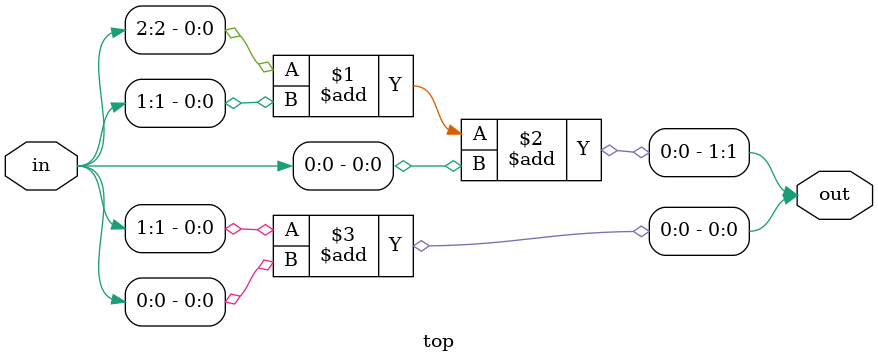
<source format=sv>
module top (
  input [2:0] in,
  output [1:0] out
);

  assign out[1] = in[2] + in[1] + in[0];
  assign out[0] = in[1] + in[0];
  
endmodule

</source>
